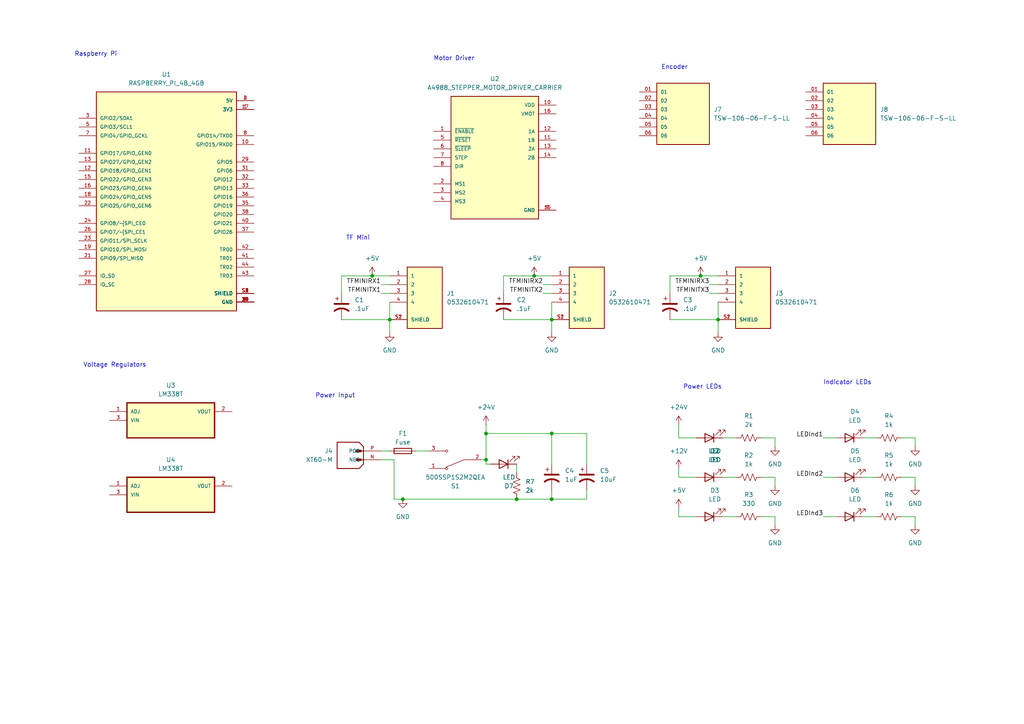
<source format=kicad_sch>
(kicad_sch (version 20230121) (generator eeschema)
  (paper "A4")
  (lib_symbols
    (symbol "Device:C_Polarized_US" (pin_numbers hide) (pin_names (offset 0.254) hide)
      (property "Reference" "C" (at 0.635 2.54 0))
      (property "Value" "C_Polarized_US" (at 0.635 -2.54 0))
      (symbol "C_Polarized_US_0_1"
        (polyline (pts (xy -2.032 0.762) (xy 2.032 0.762)) (stroke (width 0.508)))
        (polyline (pts (xy -1.778 2.286) (xy -0.762 2.286)))
        (polyline (pts (xy -1.27 1.778) (xy -1.27 2.794)))
        (arc (start 2.032 -1.27) (mid 0 -0.5572) (end -2.032 -1.27) (stroke (width 0.508)))
      )
      (symbol "C_Polarized_US_1_1"
        (pin passive line (at 0 3.81 270) (length 2.794) (name "~") (number "1"))
        (pin passive line (at 0 -3.81 90) (length 3.302) (name "~") (number "2"))
      )
    )
    (symbol "Device:Fuse" (pin_numbers hide) (pin_names (offset 0))
      (property "Reference" "F" (at 2.032 0 90))
      (property "Value" "Fuse" (at -1.905 0 90))
      (symbol "Fuse_0_1"
        (rectangle (start -0.762 -2.54) (end 0.762 2.54) (stroke (width 0.254)))
        (polyline (pts (xy 0 2.54) (xy 0 -2.54)))
      )
      (symbol "Fuse_1_1"
        (pin passive line (at 0 3.81 270) (length 1.27) (name "~") (number "1"))
        (pin passive line (at 0 -3.81 90) (length 1.27) (name "~") (number "2"))
      )
    )
    (symbol "Device:LED" (pin_numbers hide) (pin_names (offset 1.016) hide)
      (property "Reference" "D" (at 0 2.54 0))
      (property "Value" "LED" (at 0 -2.54 0))
      (symbol "LED_0_1"
        (polyline (pts (xy -1.27 -1.27) (xy -1.27 1.27)) (stroke (width 0.254)))
        (polyline (pts (xy -1.27 0) (xy 1.27 0)))
        (polyline (pts (xy 1.27 -1.27) (xy 1.27 1.27) (xy -1.27 0) (xy 1.27 -1.27)) (stroke (width 0.254)))
        (polyline (pts (xy -3.048 -0.762) (xy -4.572 -2.286) (xy -3.81 -2.286) (xy -4.572 -2.286) (xy -4.572 -1.524)))
        (polyline (pts (xy -1.778 -0.762) (xy -3.302 -2.286) (xy -2.54 -2.286) (xy -3.302 -2.286) (xy -3.302 -1.524)))
      )
      (symbol "LED_1_1"
        (pin passive line (at -3.81 0 0) (length 2.54) (name "K") (number "1"))
        (pin passive line (at 3.81 0 180) (length 2.54) (name "A") (number "2"))
      )
    )
    (symbol "Device:R_US" (pin_numbers hide) (pin_names (offset 0))
      (property "Reference" "R" (at 2.54 0 90))
      (property "Value" "R_US" (at -2.54 0 90))
      (symbol "R_US_0_1"
        (polyline (pts (xy 0 -2.286) (xy 0 -2.54)))
        (polyline (pts (xy 0 2.286) (xy 0 2.54)))
        (polyline (pts (xy 0 -0.762) (xy 1.016 -1.143) (xy 0 -1.524) (xy -1.016 -1.905) (xy 0 -2.286)))
        (polyline (pts (xy 0 0.762) (xy 1.016 0.381) (xy 0 0) (xy -1.016 -0.381) (xy 0 -0.762)))
        (polyline (pts (xy 0 2.286) (xy 1.016 1.905) (xy 0 1.524) (xy -1.016 1.143) (xy 0 0.762)))
      )
      (symbol "R_US_1_1"
        (pin passive line (at 0 3.81 270) (length 1.27) (name "~") (number "1"))
        (pin passive line (at 0 -3.81 90) (length 1.27) (name "~") (number "2"))
      )
    )
    (symbol "jerry:0532610471" (pin_names (offset 1.016))
      (property "Reference" "J" (at -5.0836 8.1396 0))
      (property "Value" "0532610471" (at -5.0818 -12.7055 0))
      (symbol "0532610471_0_0"
        (rectangle (start -5.08 -10.16) (end 5.08 7.62) (stroke (width 0.254)) (fill (type background)))
        (pin passive line (at -10.16 5.08 0) (length 5.08) (name "1") (number "1"))
        (pin passive line (at -10.16 2.54 0) (length 5.08) (name "2") (number "2"))
        (pin passive line (at -10.16 0 0) (length 5.08) (name "3") (number "3"))
        (pin passive line (at -10.16 -2.54 0) (length 5.08) (name "4") (number "4"))
        (pin passive line (at -10.16 -7.62 0) (length 5.08) (name "SHIELD") (number "S1"))
        (pin passive line (at -10.16 -7.62 0) (length 5.08) (name "SHIELD") (number "S2"))
      )
    )
    (symbol "jerry:500SSP1S2M2QEA" (pin_names (offset 1.016))
      (property "Reference" "S" (at -2.54 5.08 0))
      (property "Value" "500SSP1S2M2QEA" (at -2.54 -5.08 0))
      (symbol "500SSP1S2M2QEA_0_0"
        (polyline (pts (xy -2.54 0) (xy -5.08 0)) (stroke (width 0.1524)))
        (polyline (pts (xy -2.54 0) (xy 2.794 2.1336)) (stroke (width 0.1524)))
        (polyline (pts (xy 5.08 -2.54) (xy 2.921 -2.54)) (stroke (width 0.1524)))
        (polyline (pts (xy 5.08 2.54) (xy 2.921 2.54)) (stroke (width 0.1524)))
        (circle (center 2.54 -2.54) (radius 0.3302) (stroke (width 0.1524)))
        (circle (center 2.54 2.54) (radius 0.3302) (stroke (width 0.1524)))
        (pin passive line (at 7.62 2.54 180) (length 2.54) (name "~") (number "1"))
        (pin passive line (at -7.62 0 0) (length 2.54) (name "~") (number "2"))
        (pin passive line (at 7.62 -2.54 180) (length 2.54) (name "~") (number "3"))
      )
    )
    (symbol "jerry:A4988_STEPPER_MOTOR_DRIVER_CARRIER" (pin_names (offset 1.016))
      (property "Reference" "U" (at -12.7 19.05 0))
      (property "Value" "A4988_STEPPER_MOTOR_DRIVER_CARRIER" (at -12.7 -21.59 0))
      (symbol "A4988_STEPPER_MOTOR_DRIVER_CARRIER_0_0"
        (rectangle (start -12.7 -17.78) (end 12.7 17.78) (stroke (width 0.254)) (fill (type background)))
        (pin input line (at -17.78 7.62 0) (length 5.08) (name "~{ENABLE}") (number "1"))
        (pin power_in line (at 17.78 15.24 180) (length 5.08) (name "VDD") (number "10"))
        (pin output line (at 17.78 5.08 180) (length 5.08) (name "1B") (number "11"))
        (pin output line (at 17.78 7.62 180) (length 5.08) (name "1A") (number "12"))
        (pin output line (at 17.78 2.54 180) (length 5.08) (name "2A") (number "13"))
        (pin output line (at 17.78 0 180) (length 5.08) (name "2B") (number "14"))
        (pin power_in line (at 17.78 -15.24 180) (length 5.08) (name "GND") (number "15"))
        (pin power_in line (at 17.78 12.7 180) (length 5.08) (name "VMOT") (number "16"))
        (pin input line (at -17.78 -7.62 0) (length 5.08) (name "MS1") (number "2"))
        (pin input line (at -17.78 -10.16 0) (length 5.08) (name "MS2") (number "3"))
        (pin input line (at -17.78 -12.7 0) (length 5.08) (name "MS3") (number "4"))
        (pin input line (at -17.78 5.08 0) (length 5.08) (name "~{RESET}") (number "5"))
        (pin input line (at -17.78 2.54 0) (length 5.08) (name "~{SLEEP}") (number "6"))
        (pin input line (at -17.78 0 0) (length 5.08) (name "STEP") (number "7"))
        (pin input line (at -17.78 -2.54 0) (length 5.08) (name "DIR") (number "8"))
        (pin power_in line (at 17.78 -15.24 180) (length 5.08) (name "GND") (number "9"))
      )
    )
    (symbol "jerry:LM338T" (pin_names (offset 1.016))
      (property "Reference" "U" (at -12.7 6.08 0))
      (property "Value" "LM338T" (at -12.7 -9.08 0))
      (symbol "LM338T_0_0"
        (rectangle (start -12.7 -5.08) (end 12.7 5.08) (stroke (width 0.41)) (fill (type background)))
        (pin input line (at -17.78 2.54 0) (length 5.08) (name "ADJ") (number "1"))
        (pin output line (at 17.78 2.54 180) (length 5.08) (name "VOUT") (number "2"))
        (pin input line (at -17.78 0 0) (length 5.08) (name "VIN") (number "3"))
      )
    )
    (symbol "jerry:RASPBERRY_PI_4B_4GB" (pin_names (offset 1.016))
      (property "Reference" "U" (at -20.32 33.528 0))
      (property "Value" "RASPBERRY_PI_4B_4GB" (at -20.32 -33.02 0))
      (symbol "RASPBERRY_PI_4B_4GB_0_0"
        (rectangle (start -20.32 33.02) (end 20.32 -30.48) (stroke (width 0.254)) (fill (type background)))
        (pin power_in line (at 25.4 27.94 180) (length 5.08) (name "3V3") (number "1"))
        (pin bidirectional line (at 25.4 17.78 180) (length 5.08) (name "GPIO15/RXD0") (number "10"))
        (pin bidirectional line (at -25.4 15.24 0) (length 5.08) (name "GPIO17/GPIO_GEN0") (number "11"))
        (pin bidirectional line (at -25.4 10.16 0) (length 5.08) (name "GPIO18/GPIO_GEN1") (number "12"))
        (pin bidirectional line (at -25.4 12.7 0) (length 5.08) (name "GPIO27/GPIO_GEN2") (number "13"))
        (pin power_in line (at 25.4 -27.94 180) (length 5.08) (name "GND") (number "14"))
        (pin bidirectional line (at -25.4 7.62 0) (length 5.08) (name "GPIO22/GPIO_GEN3") (number "15"))
        (pin bidirectional line (at -25.4 5.08 0) (length 5.08) (name "GPIO23/GPIO_GEN4") (number "16"))
        (pin power_in line (at 25.4 27.94 180) (length 5.08) (name "3V3") (number "17"))
        (pin bidirectional line (at -25.4 2.54 0) (length 5.08) (name "GPIO24/GPIO_GEN5") (number "18"))
        (pin bidirectional line (at -25.4 -12.7 0) (length 5.08) (name "GPIO10/SPI_MOSI") (number "19"))
        (pin power_in line (at 25.4 30.48 180) (length 5.08) (name "5V") (number "2"))
        (pin power_in line (at 25.4 -27.94 180) (length 5.08) (name "GND") (number "20"))
        (pin bidirectional line (at -25.4 -15.24 0) (length 5.08) (name "GPIO9/SPI_MISO") (number "21"))
        (pin bidirectional line (at -25.4 0 0) (length 5.08) (name "GPIO25/GPIO_GEN6") (number "22"))
        (pin bidirectional line (at -25.4 -10.16 0) (length 5.08) (name "GPIO11/SPI_SCLK") (number "23"))
        (pin bidirectional line (at -25.4 -5.08 0) (length 5.08) (name "GPIO8/~{SPI_CE0~{}") (number "24"))
        (pin power_in line (at 25.4 -27.94 180) (length 5.08) (name "GND") (number "25"))
        (pin bidirectional line (at -25.4 -7.62 0) (length 5.08) (name "GPIO7/~{SPI_CE1~{}") (number "26"))
        (pin bidirectional line (at -25.4 -20.32 0) (length 5.08) (name "ID_SD") (number "27"))
        (pin bidirectional line (at -25.4 -22.86 0) (length 5.08) (name "ID_SC") (number "28"))
        (pin bidirectional line (at 25.4 12.7 180) (length 5.08) (name "GPIO5") (number "29"))
        (pin bidirectional line (at -25.4 25.4 0) (length 5.08) (name "GPIO2/SDA1") (number "3"))
        (pin power_in line (at 25.4 -27.94 180) (length 5.08) (name "GND") (number "30"))
        (pin bidirectional line (at 25.4 10.16 180) (length 5.08) (name "GPIO6") (number "31"))
        (pin bidirectional line (at 25.4 7.62 180) (length 5.08) (name "GPIO12") (number "32"))
        (pin bidirectional line (at 25.4 5.08 180) (length 5.08) (name "GPIO13") (number "33"))
        (pin power_in line (at 25.4 -27.94 180) (length 5.08) (name "GND") (number "34"))
        (pin bidirectional line (at 25.4 0 180) (length 5.08) (name "GPIO19") (number "35"))
        (pin bidirectional line (at 25.4 2.54 180) (length 5.08) (name "GPIO16") (number "36"))
        (pin bidirectional line (at 25.4 -7.62 180) (length 5.08) (name "GPIO26") (number "37"))
        (pin bidirectional line (at 25.4 -2.54 180) (length 5.08) (name "GPIO20") (number "38"))
        (pin power_in line (at 25.4 -27.94 180) (length 5.08) (name "GND") (number "39"))
        (pin power_in line (at 25.4 30.48 180) (length 5.08) (name "5V") (number "4"))
        (pin bidirectional line (at 25.4 -5.08 180) (length 5.08) (name "GPIO21") (number "40"))
        (pin bidirectional line (at 25.4 -15.24 180) (length 5.08) (name "TR01") (number "41"))
        (pin bidirectional line (at 25.4 -12.7 180) (length 5.08) (name "TR00") (number "42"))
        (pin bidirectional line (at 25.4 -20.32 180) (length 5.08) (name "TR03") (number "43"))
        (pin bidirectional line (at 25.4 -17.78 180) (length 5.08) (name "TR02") (number "44"))
        (pin bidirectional line (at -25.4 22.86 0) (length 5.08) (name "GPIO3/SCL1") (number "5"))
        (pin power_in line (at 25.4 -27.94 180) (length 5.08) (name "GND") (number "6"))
        (pin bidirectional line (at -25.4 20.32 0) (length 5.08) (name "GPIO4/GPIO_GCKL") (number "7"))
        (pin bidirectional line (at 25.4 20.32 180) (length 5.08) (name "GPIO14/TXD0") (number "8"))
        (pin power_in line (at 25.4 -27.94 180) (length 5.08) (name "GND") (number "9"))
        (pin power_in line (at 25.4 -25.4 180) (length 5.08) (name "SHIELD") (number "S1"))
        (pin power_in line (at 25.4 -25.4 180) (length 5.08) (name "SHIELD") (number "S2"))
        (pin power_in line (at 25.4 -25.4 180) (length 5.08) (name "SHIELD") (number "S3"))
        (pin power_in line (at 25.4 -25.4 180) (length 5.08) (name "SHIELD") (number "S4"))
      )
    )
    (symbol "jerry:TSW-106-06-F-S-LL" (pin_names (offset 1.016))
      (property "Reference" "J" (at -8.12 10.16 0))
      (property "Value" "TSW-106-06-F-S-LL" (at -7.62 -10.16 0))
      (symbol "TSW-106-06-F-S-LL_0_0"
        (rectangle (start -7.62 10.16) (end 7.62 -7.62) (stroke (width 0.254)) (fill (type background)))
        (pin passive line (at -12.7 7.62 0) (length 5.08) (name "01") (number "01"))
        (pin passive line (at -12.7 5.08 0) (length 5.08) (name "02") (number "02"))
        (pin passive line (at -12.7 2.54 0) (length 5.08) (name "03") (number "03"))
        (pin passive line (at -12.7 0 0) (length 5.08) (name "04") (number "04"))
        (pin passive line (at -12.7 -2.54 0) (length 5.08) (name "05") (number "05"))
        (pin passive line (at -12.7 -5.08 0) (length 5.08) (name "06") (number "06"))
      )
    )
    (symbol "jerry:XT60-M" (pin_names (offset 1.016))
      (property "Reference" "J" (at 0 6.35 0))
      (property "Value" "XT60-M" (at 0 -5.08 0))
      (symbol "XT60-M_0_0"
        (polyline (pts (xy 0 -1.27) (xy 1.27 -2.54)) (stroke (width 0.254)))
        (polyline (pts (xy 0 0) (xy 1.905 0)) (stroke (width 0.254)))
        (polyline (pts (xy 0 2.54) (xy 0 -1.27)) (stroke (width 0.254)))
        (polyline (pts (xy 0 2.54) (xy 1.905 2.54)) (stroke (width 0.254)))
        (polyline (pts (xy 0 3.81) (xy 0 2.54)) (stroke (width 0.254)))
        (polyline (pts (xy 0 3.81) (xy 1.27 5.08)) (stroke (width 0.254)))
        (polyline (pts (xy 1.27 -2.54) (xy 7.62 -2.54)) (stroke (width 0.254)))
        (polyline (pts (xy 7.62 -2.54) (xy 7.62 5.08)) (stroke (width 0.254)))
        (polyline (pts (xy 7.62 5.08) (xy 1.27 5.08)) (stroke (width 0.254)))
        (rectangle (start 0.635 -0.3175) (end 2.2225 0.3175) (stroke (width 0.1)) (fill (type outline)))
        (rectangle (start 0.635 2.2225) (end 2.2225 2.8575) (stroke (width 0.1)) (fill (type outline)))
        (pin passive line (at -5.08 0 0) (length 5.08) (name "NEG") (number "N"))
        (pin passive line (at -5.08 2.54 0) (length 5.08) (name "POS") (number "P"))
      )
    )
    (symbol "power:+12V" (power) (pin_names (offset 0))
      (property "Value" "+12V" (at 0 3.556 0))
      (symbol "+12V_0_1"
        (polyline (pts (xy -0.762 1.27) (xy 0 2.54)))
        (polyline (pts (xy 0 0) (xy 0 2.54)))
        (polyline (pts (xy 0 2.54) (xy 0.762 1.27)))
      )
      (symbol "+12V_1_1"
        (pin power_in line (at 0 0 90) (length 0) hide (name "+12V") (number "1"))
      )
    )
    (symbol "power:+24V" (power) (pin_names (offset 0))
      (property "Value" "+24V" (at 0 3.556 0))
      (symbol "+24V_0_1"
        (polyline (pts (xy -0.762 1.27) (xy 0 2.54)))
        (polyline (pts (xy 0 0) (xy 0 2.54)))
        (polyline (pts (xy 0 2.54) (xy 0.762 1.27)))
      )
      (symbol "+24V_1_1"
        (pin power_in line (at 0 0 90) (length 0) hide (name "+24V") (number "1"))
      )
    )
    (symbol "power:+5V" (power) (pin_names (offset 0))
      (property "Value" "+5V" (at 0 3.556 0))
      (symbol "+5V_0_1"
        (polyline (pts (xy -0.762 1.27) (xy 0 2.54)))
        (polyline (pts (xy 0 0) (xy 0 2.54)))
        (polyline (pts (xy 0 2.54) (xy 0.762 1.27)))
      )
      (symbol "+5V_1_1"
        (pin power_in line (at 0 0 90) (length 0) hide (name "+5V") (number "1"))
      )
    )
    (symbol "power:GND" (power) (pin_names (offset 0))
      (property "Value" "GND" (at 0 -3.81 0))
      (symbol "GND_0_1"
        (polyline (pts (xy 0 0) (xy 0 -1.27) (xy 1.27 -1.27) (xy 0 -2.54) (xy -1.27 -1.27) (xy 0 -1.27)))
      )
      (symbol "GND_1_1"
        (pin power_in line (at 0 0 270) (length 0) hide (name "GND") (number "1"))
      )
    )
  )
  (junction (at 154.94 80.01))
  (junction (at 160.02 125.73))
  (junction (at 149.86 144.78))
  (junction (at 160.02 144.78))
  (junction (at 113.03 92.71))
  (junction (at 116.84 144.78))
  (junction (at 203.2 80.01))
  (junction (at 107.95 80.01))
  (junction (at 140.97 133.35))
  (junction (at 140.97 125.73))
  (junction (at 160.02 92.71))
  (junction (at 208.28 92.71))
  (wire (pts (xy 149.86 134.62) (xy 149.86 137.16)))
  (wire (pts (xy 224.79 127) (xy 224.79 129.54)))
  (wire (pts (xy 170.18 144.78) (xy 170.18 142.24)))
  (wire (pts (xy 220.98 127) (xy 224.79 127)))
  (wire (pts (xy 107.95 80.01) (xy 99.06 80.01)))
  (wire (pts (xy 196.85 123.19) (xy 196.85 127)))
  (wire (pts (xy 113.03 87.63) (xy 113.03 92.71)))
  (wire (pts (xy 149.86 144.78) (xy 160.02 144.78)))
  (wire (pts (xy 196.85 127) (xy 201.93 127)))
  (wire (pts (xy 196.85 135.89) (xy 196.85 138.43)))
  (wire (pts (xy 265.43 127) (xy 265.43 129.54)))
  (wire (pts (xy 157.48 85.09) (xy 160.02 85.09)))
  (wire (pts (xy 160.02 87.63) (xy 160.02 92.71)))
  (wire (pts (xy 208.28 87.63) (xy 208.28 92.71)))
  (wire (pts (xy 114.3 144.78) (xy 116.84 144.78)))
  (wire (pts (xy 203.2 80.01) (xy 194.31 80.01)))
  (wire (pts (xy 160.02 125.73) (xy 160.02 134.62)))
  (wire (pts (xy 116.84 144.78) (xy 149.86 144.78)))
  (wire (pts (xy 209.55 149.86) (xy 213.36 149.86)))
  (wire (pts (xy 120.65 130.81) (xy 124.46 130.81)))
  (wire (pts (xy 113.03 92.71) (xy 113.03 96.52)))
  (wire (pts (xy 205.74 82.55) (xy 208.28 82.55)))
  (wire (pts (xy 261.62 127) (xy 265.43 127)))
  (wire (pts (xy 107.95 80.01) (xy 113.03 80.01)))
  (wire (pts (xy 261.62 149.86) (xy 265.43 149.86)))
  (wire (pts (xy 224.79 149.86) (xy 224.79 152.4)))
  (wire (pts (xy 265.43 149.86) (xy 265.43 152.4)))
  (wire (pts (xy 203.2 80.01) (xy 208.28 80.01)))
  (wire (pts (xy 160.02 142.24) (xy 160.02 144.78)))
  (wire (pts (xy 224.79 138.43) (xy 224.79 140.97)))
  (wire (pts (xy 196.85 138.43) (xy 201.93 138.43)))
  (wire (pts (xy 196.85 149.86) (xy 201.93 149.86)))
  (wire (pts (xy 209.55 127) (xy 213.36 127)))
  (wire (pts (xy 110.49 133.35) (xy 114.3 133.35)))
  (wire (pts (xy 220.98 138.43) (xy 224.79 138.43)))
  (wire (pts (xy 196.85 147.32) (xy 196.85 149.86)))
  (wire (pts (xy 99.06 92.71) (xy 113.03 92.71)))
  (wire (pts (xy 250.19 149.86) (xy 254 149.86)))
  (wire (pts (xy 250.19 127) (xy 254 127)))
  (wire (pts (xy 114.3 133.35) (xy 114.3 144.78)))
  (wire (pts (xy 209.55 138.43) (xy 213.36 138.43)))
  (wire (pts (xy 220.98 149.86) (xy 224.79 149.86)))
  (wire (pts (xy 208.28 92.71) (xy 208.28 96.52)))
  (wire (pts (xy 261.62 138.43) (xy 265.43 138.43)))
  (wire (pts (xy 238.76 138.43) (xy 242.57 138.43)))
  (wire (pts (xy 140.97 125.73) (xy 140.97 133.35)))
  (wire (pts (xy 146.05 92.71) (xy 160.02 92.71)))
  (wire (pts (xy 194.31 80.01) (xy 194.31 85.09)))
  (wire (pts (xy 238.76 127) (xy 242.57 127)))
  (wire (pts (xy 140.97 133.35) (xy 140.97 134.62)))
  (wire (pts (xy 110.49 82.55) (xy 113.03 82.55)))
  (wire (pts (xy 154.94 80.01) (xy 160.02 80.01)))
  (wire (pts (xy 139.7 133.35) (xy 140.97 133.35)))
  (wire (pts (xy 160.02 125.73) (xy 170.18 125.73)))
  (wire (pts (xy 205.74 85.09) (xy 208.28 85.09)))
  (wire (pts (xy 170.18 125.73) (xy 170.18 134.62)))
  (wire (pts (xy 157.48 82.55) (xy 160.02 82.55)))
  (wire (pts (xy 146.05 80.01) (xy 146.05 85.09)))
  (wire (pts (xy 99.06 80.01) (xy 99.06 85.09)))
  (wire (pts (xy 154.94 80.01) (xy 146.05 80.01)))
  (wire (pts (xy 194.31 92.71) (xy 208.28 92.71)))
  (wire (pts (xy 140.97 125.73) (xy 160.02 125.73)))
  (wire (pts (xy 238.76 149.86) (xy 242.57 149.86)))
  (wire (pts (xy 160.02 144.78) (xy 170.18 144.78)))
  (wire (pts (xy 140.97 134.62) (xy 142.24 134.62)))
  (wire (pts (xy 265.43 138.43) (xy 265.43 140.97)))
  (wire (pts (xy 140.97 123.19) (xy 140.97 125.73)))
  (wire (pts (xy 160.02 92.71) (xy 160.02 96.52)))
  (wire (pts (xy 110.49 85.09) (xy 113.03 85.09)))
  (wire (pts (xy 250.19 138.43) (xy 254 138.43)))
  (wire (pts (xy 110.49 130.81) (xy 113.03 130.81)))
  (text "Voltage Regulators" (at 24.13 106.68 0) (effects (font (size 1.27 1.27)) (justify left bottom)))
  (text "Power Input" (at 91.44 115.57 0) (effects (font (size 1.27 1.27)) (justify left bottom)))
  (text "Motor Driver\n" (at 125.73 17.78 0) (effects (font (size 1.27 1.27)) (justify left bottom)))
  (text "Indicator LEDs\n" (at 238.76 111.76 0) (effects (font (size 1.27 1.27)) (justify left bottom)))
  (text "Power LEDs\n" (at 198.12 113.03 0) (effects (font (size 1.27 1.27)) (justify left bottom)))
  (text "TF Mini" (at 100.33 69.85 0) (effects (font (size 1.27 1.27)) (justify left bottom)))
  (text "Encoder" (at 191.77 20.32 0) (effects (font (size 1.27 1.27)) (justify left bottom)))
  (text "Raspberry Pi" (at 21.59 16.51 0) (effects (font (size 1.27 1.27)) (justify left bottom)))
  (label "TFMINITX2" (at 157.48 85.09 180))
  (label "TFMINIRX1" (at 110.49 82.55 180))
  (label "TFMINIRX3" (at 205.74 82.55 180))
  (label "LEDInd2" (at 238.76 138.43 180))
  (label "LEDInd3" (at 238.76 149.86 180))
  (label "TFMINIRX2" (at 157.48 82.55 180))
  (label "TFMINITX3" (at 205.74 85.09 180))
  (label "TFMINITX1" (at 110.49 85.09 180))
  (label "LEDInd1" (at 238.76 127 180))
  (symbol (lib_id "Device:C_Polarized_US") (at 160.02 138.43 0) (unit 1)
    (property "Reference" "C4" (at 163.83 136.525 0) (effects (justify left)))
    (property "Value" "1uF" (at 163.83 139.065 0) (effects (justify left)))
  )
  (symbol (lib_id "Device:C_Polarized_US") (at 146.05 88.9 0) (unit 1)
    (property "Reference" "C2" (at 149.86 86.995 0) (effects (justify left)))
    (property "Value" ".1uF" (at 149.86 89.535 0) (effects (justify left)))
  )
  (symbol (lib_id "Device:LED") (at 205.74 149.86 180) (unit 1)
    (property "Reference" "D3" (at 207.3275 142.24 0))
    (property "Value" "LED" (at 207.3275 144.78 0))
    (property "Footprint" "Diode_SMD:D_0201_0603Metric_Pad0.64x0.40mm_HandSolder" (effects hide))
  )
  (symbol (lib_id "Device:LED") (at 146.05 134.62 180) (unit 1)
    (property "Reference" "D7" (at 147.6375 140.97 0))
    (property "Value" "LED" (at 147.6375 138.43 0))
    (property "Footprint" "Diode_SMD:D_0201_0603Metric_Pad0.64x0.40mm_HandSolder" (effects hide))
  )
  (symbol (lib_id "Device:R_US") (at 217.17 149.86 90) (unit 1)
    (property "Reference" "R3" (at 217.17 143.51 90))
    (property "Value" "330" (at 217.17 146.05 90))
  )
  (symbol (lib_id "power:+5V") (at 203.2 80.01 0) (unit 1)
    (property "Reference" "#PWR015" (effects hide))
    (property "Value" "+5V" (at 203.2 74.93 0))
  )
  (symbol (lib_id "power:GND") (at 116.84 144.78 0) (unit 1)
    (property "Reference" "#PWR016" (effects hide))
    (property "Value" "GND" (at 116.84 149.86 0))
  )
  (symbol (lib_id "power:GND") (at 208.28 96.52 0) (unit 1)
    (property "Reference" "#PWR012" (effects hide))
    (property "Value" "GND" (at 208.28 101.6 0))
  )
  (symbol (lib_id "Device:LED") (at 246.38 149.86 180) (unit 1)
    (property "Reference" "D6" (at 247.9675 142.24 0))
    (property "Value" "LED" (at 247.9675 144.78 0))
    (property "Footprint" "Diode_SMD:D_0201_0603Metric_Pad0.64x0.40mm_HandSolder" (effects hide))
  )
  (symbol (lib_id "Device:R_US") (at 217.17 127 90) (unit 1)
    (property "Reference" "R1" (at 217.17 120.65 90))
    (property "Value" "2k" (at 217.17 123.19 90))
  )
  (symbol (lib_id "Device:C_Polarized_US") (at 99.06 88.9 0) (unit 1)
    (property "Reference" "C1" (at 102.87 86.995 0) (effects (justify left)))
    (property "Value" ".1uF" (at 102.87 89.535 0) (effects (justify left)))
  )
  (symbol (lib_id "jerry:A4988_STEPPER_MOTOR_DRIVER_CARRIER") (at 143.51 45.72 0) (unit 1)
    (property "Reference" "U2" (at 143.51 22.86 0))
    (property "Value" "A4988_STEPPER_MOTOR_DRIVER_CARRIER" (at 143.51 25.4 0))
    (property "Footprint" "jerry:MODULE_A4988_STEPPER_MOTOR_DRIVER_CARRIER" (effects hide))
  )
  (symbol (lib_id "jerry:0532610471") (at 218.44 85.09 0) (unit 1)
    (property "Reference" "J3" (at 224.79 85.09 0) (effects (justify left)))
    (property "Value" "0532610471" (at 224.79 87.63 0) (effects (justify left)))
    (property "Footprint" "jerry:MOLEX_0532610471" (effects hide))
  )
  (symbol (lib_id "jerry:TSW-106-06-F-S-LL") (at 198.12 34.29 0) (unit 1)
    (property "Reference" "J7" (at 207.01 31.75 0) (effects (justify left)))
    (property "Value" "TSW-106-06-F-S-LL" (at 207.01 34.29 0) (effects (justify left)))
    (property "Footprint" "jerry:SAMTEC_TSW-106-06-F-S-LL" (effects hide))
  )
  (symbol (lib_id "power:GND") (at 160.02 96.52 0) (unit 1)
    (property "Reference" "#PWR011" (effects hide))
    (property "Value" "GND" (at 160.02 101.6 0))
  )
  (symbol (lib_id "power:GND") (at 224.79 129.54 0) (unit 1)
    (property "Reference" "#PWR04" (effects hide))
    (property "Value" "GND" (at 224.79 134.62 0))
  )
  (symbol (lib_id "jerry:XT60-M") (at 105.41 133.35 0) (mirror y) (unit 1)
    (property "Reference" "J4" (at 96.52 130.81 0) (effects (justify left)))
    (property "Value" "XT60-M" (at 96.52 133.35 0) (effects (justify left)))
    (property "Footprint" "jerry:AMASS_XT60-M" (effects hide))
  )
  (symbol (lib_id "power:GND") (at 113.03 96.52 0) (unit 1)
    (property "Reference" "#PWR010" (effects hide))
    (property "Value" "GND" (at 113.03 101.6 0))
  )
  (symbol (lib_id "jerry:RASPBERRY_PI_4B_4GB") (at 48.26 59.69 0) (unit 1)
    (property "Reference" "U1" (at 48.26 21.59 0))
    (property "Value" "RASPBERRY_PI_4B_4GB" (at 48.26 24.13 0))
    (property "Footprint" "jerry:MODULE_RASPBERRY_PI_4B_4GB" (effects hide))
  )
  (symbol (lib_id "jerry:LM338T") (at 49.53 121.92 0) (unit 1)
    (property "Reference" "U3" (at 49.53 111.76 0))
    (property "Value" "LM338T" (at 49.53 114.3 0))
    (property "Footprint" "jerry:TO254P1054X470X1955-3" (effects hide))
  )
  (symbol (lib_id "jerry:500SSP1S2M2QEA") (at 132.08 133.35 180) (unit 1)
    (property "Reference" "S1" (at 132.08 140.97 0))
    (property "Value" "500SSP1S2M2QEA" (at 132.08 138.43 0))
    (property "Footprint" "SW_500SSP1S2M2QEA" (effects hide))
    (property "PARTREV" "C" (effects hide))
    (property "STANDARD" "Manufacturer Recommendations" (effects hide))
    (property "MAXIMUM_PACKAGE_HEIGHT" "13.59mm" (effects hide))
    (property "MANUFACTURER" "E-switch" (effects hide))
  )
  (symbol (lib_id "power:GND") (at 265.43 129.54 0) (unit 1)
    (property "Reference" "#PWR07" (effects hide))
    (property "Value" "GND" (at 265.43 134.62 0))
  )
  (symbol (lib_id "Device:R_US") (at 257.81 149.86 90) (unit 1)
    (property "Reference" "R6" (at 257.81 143.51 90))
    (property "Value" "1k" (at 257.81 146.05 90))
  )
  (symbol (lib_id "power:+5V") (at 107.95 80.01 0) (unit 1)
    (property "Reference" "#PWR013" (effects hide))
    (property "Value" "+5V" (at 107.95 74.93 0))
  )
  (symbol (lib_id "Device:LED") (at 246.38 127 180) (unit 1)
    (property "Reference" "D4" (at 247.9675 119.38 0))
    (property "Value" "LED" (at 247.9675 121.92 0))
    (property "Footprint" "Diode_SMD:D_0201_0603Metric_Pad0.64x0.40mm_HandSolder" (effects hide))
  )
  (symbol (lib_id "power:+24V") (at 196.85 123.19 0) (unit 1)
    (property "Reference" "#PWR01" (effects hide))
    (property "Value" "+24V" (at 196.85 118.11 0))
  )
  (symbol (lib_id "power:GND") (at 265.43 152.4 0) (unit 1)
    (property "Reference" "#PWR09" (effects hide))
    (property "Value" "GND" (at 265.43 157.48 0))
  )
  (symbol (lib_id "power:GND") (at 224.79 140.97 0) (unit 1)
    (property "Reference" "#PWR05" (effects hide))
    (property "Value" "GND" (at 224.79 146.05 0))
  )
  (symbol (lib_id "Device:C_Polarized_US") (at 170.18 138.43 0) (unit 1)
    (property "Reference" "C5" (at 173.99 136.525 0) (effects (justify left)))
    (property "Value" "10uF" (at 173.99 139.065 0) (effects (justify left)))
  )
  (symbol (lib_id "power:GND") (at 265.43 140.97 0) (unit 1)
    (property "Reference" "#PWR08" (effects hide))
    (property "Value" "GND" (at 265.43 146.05 0))
  )
  (symbol (lib_id "jerry:0532610471") (at 123.19 85.09 0) (unit 1)
    (property "Reference" "J1" (at 129.54 85.09 0) (effects (justify left)))
    (property "Value" "0532610471" (at 129.54 87.63 0) (effects (justify left)))
    (property "Footprint" "jerry:MOLEX_0532610471" (effects hide))
  )
  (symbol (lib_id "power:+24V") (at 140.97 123.19 0) (unit 1)
    (property "Reference" "#PWR018" (effects hide))
    (property "Value" "+24V" (at 140.97 118.11 0))
  )
  (symbol (lib_id "Device:LED") (at 205.74 127 180) (unit 1)
    (property "Reference" "D1" (at 207.3275 133.35 0))
    (property "Value" "LED" (at 207.3275 130.81 0))
    (property "Footprint" "Diode_SMD:D_0201_0603Metric_Pad0.64x0.40mm_HandSolder" (effects hide))
  )
  (symbol (lib_id "Device:Fuse") (at 116.84 130.81 90) (unit 1)
    (property "Reference" "F1" (at 116.84 125.73 90))
    (property "Value" "Fuse" (at 116.84 128.27 90))
  )
  (symbol (lib_id "power:+5V") (at 196.85 147.32 0) (unit 1)
    (property "Reference" "#PWR03" (effects hide))
    (property "Value" "+5V" (at 196.85 142.24 0))
  )
  (symbol (lib_id "jerry:LM338T") (at 49.53 143.51 0) (unit 1)
    (property "Reference" "U4" (at 49.53 133.35 0))
    (property "Value" "LM338T" (at 49.53 135.89 0))
    (property "Footprint" "jerry:TO254P1054X470X1955-3" (effects hide))
  )
  (symbol (lib_id "Device:LED") (at 205.74 138.43 180) (unit 1)
    (property "Reference" "D2" (at 207.3275 130.81 0))
    (property "Value" "LED" (at 207.3275 133.35 0))
    (property "Footprint" "Diode_SMD:D_0201_0603Metric_Pad0.64x0.40mm_HandSolder" (effects hide))
  )
  (symbol (lib_id "power:+5V") (at 154.94 80.01 0) (unit 1)
    (property "Reference" "#PWR014" (effects hide))
    (property "Value" "+5V" (at 154.94 74.93 0))
  )
  (symbol (lib_id "jerry:0532610471") (at 170.18 85.09 0) (unit 1)
    (property "Reference" "J2" (at 176.53 85.09 0) (effects (justify left)))
    (property "Value" "0532610471" (at 176.53 87.63 0) (effects (justify left)))
    (property "Footprint" "jerry:MOLEX_0532610471" (effects hide))
  )
  (symbol (lib_id "Device:R_US") (at 149.86 140.97 180) (unit 1)
    (property "Reference" "R7" (at 152.4 139.7 0) (effects (justify right)))
    (property "Value" "2k" (at 152.4 142.24 0) (effects (justify right)))
  )
  (symbol (lib_id "jerry:TSW-106-06-F-S-LL") (at 246.38 34.29 0) (unit 1)
    (property "Reference" "J8" (at 255.27 31.75 0) (effects (justify left)))
    (property "Value" "TSW-106-06-F-S-LL" (at 255.27 34.29 0) (effects (justify left)))
    (property "Footprint" "jerry:SAMTEC_TSW-106-06-F-S-LL" (effects hide))
  )
  (symbol (lib_id "power:+12V") (at 196.85 135.89 0) (unit 1)
    (property "Reference" "#PWR02" (effects hide))
    (property "Value" "+12V" (at 196.85 130.81 0))
  )
  (symbol (lib_id "Device:LED") (at 246.38 138.43 180) (unit 1)
    (property "Reference" "D5" (at 247.9675 130.81 0))
    (property "Value" "LED" (at 247.9675 133.35 0))
    (property "Footprint" "Diode_SMD:D_0201_0603Metric_Pad0.64x0.40mm_HandSolder" (effects hide))
  )
  (symbol (lib_id "power:GND") (at 224.79 152.4 0) (unit 1)
    (property "Reference" "#PWR06" (effects hide))
    (property "Value" "GND" (at 224.79 157.48 0))
  )
  (symbol (lib_id "Device:R_US") (at 257.81 127 90) (unit 1)
    (property "Reference" "R4" (at 257.81 120.65 90))
    (property "Value" "1k" (at 257.81 123.19 90))
  )
  (symbol (lib_id "Device:C_Polarized_US") (at 194.31 88.9 0) (unit 1)
    (property "Reference" "C3" (at 198.12 86.995 0) (effects (justify left)))
    (property "Value" ".1uF" (at 198.12 89.535 0) (effects (justify left)))
  )
  (symbol (lib_id "Device:R_US") (at 217.17 138.43 90) (unit 1)
    (property "Reference" "R2" (at 217.17 132.08 90))
    (property "Value" "1k" (at 217.17 134.62 90))
  )
  (symbol (lib_id "Device:R_US") (at 257.81 138.43 90) (unit 1)
    (property "Reference" "R5" (at 257.81 132.08 90))
    (property "Value" "1k" (at 257.81 134.62 90))
  )
)
</source>
